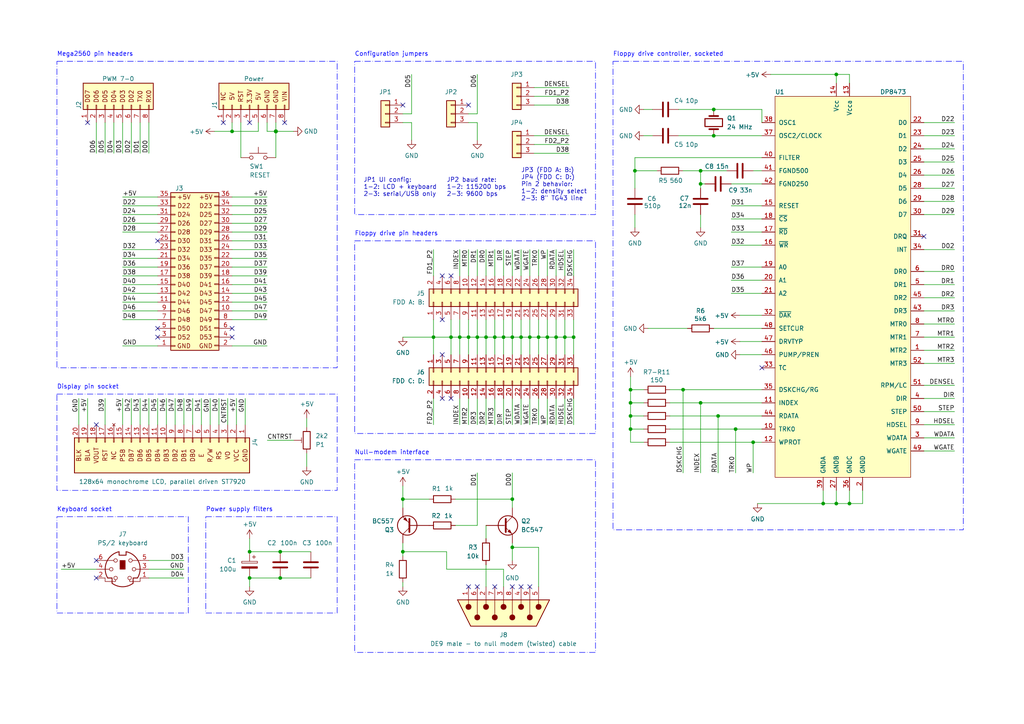
<source format=kicad_sch>
(kicad_sch (version 20230121) (generator eeschema)
  (paper "A4")
  (title_block (title "MegaFDC (DP8473), http://boginjr.com") (rev "v1.1"))
  (lib_symbols
    (symbol "Conn_01x08_1" (pin_names (offset 1.016) hide)
      (property "Reference" "J1" (at 0 10.16 0))
      (property "Value" "Power" (at 7.62 0 90))
      (symbol "Conn_01x08_1_1_1"
        (text "3.3V" (at 2.54 0 0) (effects (font (size 1.27 1.27))))
        (text "5V" (at 2.54 -2.54 0) (effects (font (size 1.27 1.27))))
        (text "5V" (at 2.54 5.08 0) (effects (font (size 1.27 1.27))))
        (text "GND" (at 2.54 -7.62 0) (effects (font (size 1.27 1.27))))
        (text "GND" (at 2.54 -5.08 0) (effects (font (size 1.27 1.27))))
        (text "NC" (at 2.54 7.62 0) (effects (font (size 1.27 1.27))))
        (text "RST" (at 2.54 2.54 0) (effects (font (size 1.27 1.27))))
        (text "VIN" (at 2.54 -10.16 0) (effects (font (size 1.27 1.27))))
        (pin passive line (at -5.08 7.62 0) (length 3.81) (name "Pin_1") (number "1"))
        (pin passive line (at -5.08 5.08 0) (length 3.81) (name "Pin_2") (number "2"))
        (pin passive line (at -5.08 2.54 0) (length 3.81) (name "Pin_3") (number "3"))
        (pin passive line (at -5.08 0 0) (length 3.81) (name "Pin_4") (number "4"))
        (pin passive line (at -5.08 -2.54 0) (length 3.81) (name "Pin_5") (number "5"))
        (pin passive line (at -5.08 -5.08 0) (length 3.81) (name "Pin_6") (number "6"))
        (pin passive line (at -5.08 -7.62 0) (length 3.81) (name "Pin_7") (number "7"))
        (pin passive line (at -5.08 -10.16 0) (length 3.81) (name "Pin_8") (number "8"))
      )
    )
    (symbol "Connector:DE9_Plug" (pin_names (offset 1.016) hide)
      (property "Reference" "J" (at 0 13.97 0))
      (property "Value" "DE9_Plug" (at 0 -14.605 0))
      (symbol "DE9_Plug_1_1"
        (pin passive line (at -7.62 -10.16 0) (length 3.81) (name "1") (number "1"))
        (pin passive line (at -7.62 -5.08 0) (length 3.81) (name "2") (number "2"))
        (pin passive line (at -7.62 0 0) (length 3.81) (name "3") (number "3"))
        (pin passive line (at -7.62 5.08 0) (length 3.81) (name "4") (number "4"))
        (pin passive line (at -7.62 10.16 0) (length 3.81) (name "5") (number "5"))
        (pin passive line (at -7.62 -7.62 0) (length 3.81) (name "6") (number "6"))
        (pin passive line (at -7.62 -2.54 0) (length 3.81) (name "7") (number "7"))
        (pin passive line (at -7.62 2.54 0) (length 3.81) (name "8") (number "8"))
        (pin passive line (at -7.62 7.62 0) (length 3.81) (name "9") (number "9"))
      )
    )
    (symbol "Connector:Mini-DIN-6" (pin_names (offset 1.016))
      (property "Reference" "J" (at 0 6.35 0))
      (property "Value" "Mini-DIN-6" (at 0 -6.35 0))
      (symbol "Mini-DIN-6_1_1"
        (pin passive line (at 7.62 -2.54 180) (length 2.54) (name "~") (number "1"))
        (pin passive line (at -7.62 -2.54 0) (length 2.54) (name "~") (number "2"))
        (pin passive line (at 7.62 0 180) (length 2.54) (name "~") (number "3"))
        (pin passive line (at -7.62 0 0) (length 2.54) (name "~") (number "4"))
        (pin passive line (at 7.62 2.54 180) (length 2.54) (name "~") (number "5"))
        (pin passive line (at -7.62 2.54 0) (length 2.54) (name "~") (number "6"))
      )
    )
    (symbol "Connector_Generic:Conn_01x03" (pin_names (offset 1.016) hide)
      (property "Reference" "J" (at 0 5.08 0))
      (property "Value" "Conn_01x03" (at 0 -5.08 0))
      (symbol "Conn_01x03_1_1"
        (pin passive line (at -5.08 2.54 0) (length 3.81) (name "Pin_1") (number "1"))
        (pin passive line (at -5.08 0 0) (length 3.81) (name "Pin_2") (number "2"))
        (pin passive line (at -5.08 -2.54 0) (length 3.81) (name "Pin_3") (number "3"))
      )
    )
    (symbol "Connector_Generic:Conn_01x08" (pin_names (offset 1.016) hide)
      (property "Reference" "J2" (at 0 10.16 0))
      (property "Value" "PWM 0-7" (at 7.62 -1.27 90))
      (symbol "Conn_01x08_1_1"
        (text "D02" (at 2.54 -5.08 0) (effects (font (size 1.27 1.27))))
        (text "D03" (at 2.54 -2.54 0) (effects (font (size 1.27 1.27))))
        (text "D04" (at 2.54 0 0) (effects (font (size 1.27 1.27))))
        (text "D05" (at 2.54 2.54 0) (effects (font (size 1.27 1.27))))
        (text "D06" (at 2.54 5.08 0) (effects (font (size 1.27 1.27))))
        (text "D07" (at 2.54 7.62 0) (effects (font (size 1.27 1.27))))
        (text "RX0" (at 2.54 -10.16 0) (effects (font (size 1.27 1.27))))
        (text "TX0" (at 2.54 -7.62 0) (effects (font (size 1.27 1.27))))
        (pin passive line (at -5.08 7.62 0) (length 3.81) (name "Pin_1") (number "1"))
        (pin passive line (at -5.08 5.08 0) (length 3.81) (name "Pin_2") (number "2"))
        (pin passive line (at -5.08 2.54 0) (length 3.81) (name "Pin_3") (number "3"))
        (pin passive line (at -5.08 0 0) (length 3.81) (name "Pin_4") (number "4"))
        (pin passive line (at -5.08 -2.54 0) (length 3.81) (name "Pin_5") (number "5"))
        (pin passive line (at -5.08 -5.08 0) (length 3.81) (name "Pin_6") (number "6"))
        (pin passive line (at -5.08 -7.62 0) (length 3.81) (name "Pin_7") (number "7"))
        (pin passive line (at -5.08 -10.16 0) (length 3.81) (name "Pin_8") (number "8"))
      )
    )
    (symbol "Connector_Generic:Conn_01x20" (pin_names (offset 1.016) hide)
      (property "Reference" "J?" (at 2.54 26.67 0))
      (property "Value" "128 x 64 graphic display" (at 10.16 -12.7 90))
      (symbol "Conn_01x20_1_1"
        (text "BLA" (at 3.81 -22.86 0) (effects (font (size 1.27 1.27))))
        (text "BLK" (at 3.81 -25.4 0) (effects (font (size 1.27 1.27))))
        (text "DB0" (at 3.81 7.62 0) (effects (font (size 1.27 1.27))))
        (text "DB1" (at 3.81 5.08 0) (effects (font (size 1.27 1.27))))
        (text "DB2" (at 3.81 2.54 0) (effects (font (size 1.27 1.27))))
        (text "DB3" (at 3.81 0 0) (effects (font (size 1.27 1.27))))
        (text "DB4" (at 3.81 -2.54 0) (effects (font (size 1.27 1.27))))
        (text "DB5" (at 3.81 -5.08 0) (effects (font (size 1.27 1.27))))
        (text "DB6" (at 3.81 -7.62 0) (effects (font (size 1.27 1.27))))
        (text "DB7" (at 3.81 -10.16 0) (effects (font (size 1.27 1.27))))
        (text "E" (at 3.81 10.16 0) (effects (font (size 1.27 1.27))))
        (text "GND\n" (at 3.81 22.86 0) (effects (font (size 1.27 1.27))))
        (text "NC" (at 3.81 -15.24 0) (effects (font (size 1.27 1.27))))
        (text "PSB" (at 3.81 -12.7 0) (effects (font (size 1.27 1.27))))
        (text "R/W" (at 3.81 12.7 0) (effects (font (size 1.27 1.27))))
        (text "RS" (at 3.81 15.24 0) (effects (font (size 1.27 1.27))))
        (text "RST" (at 3.81 -17.78 0) (effects (font (size 1.27 1.27))))
        (text "VCC" (at 3.81 20.32 0) (effects (font (size 1.27 1.27))))
        (text "VO" (at 3.81 17.78 0) (effects (font (size 1.27 1.27))))
        (text "VOUT" (at 3.81 -20.32 0) (effects (font (size 1.27 1.27))))
        (pin passive line (at -5.08 22.86 0) (length 3.81) (name "Pin_1") (number "1"))
        (pin passive line (at -5.08 0 0) (length 3.81) (name "Pin_10") (number "10"))
        (pin passive line (at -5.08 -2.54 0) (length 3.81) (name "Pin_11") (number "11"))
        (pin passive line (at -5.08 -5.08 0) (length 3.81) (name "Pin_12") (number "12"))
        (pin passive line (at -5.08 -7.62 0) (length 3.81) (name "Pin_13") (number "13"))
        (pin passive line (at -5.08 -10.16 0) (length 3.81) (name "Pin_14") (number "14"))
        (pin passive line (at -5.08 -12.7 0) (length 3.81) (name "Pin_15") (number "15"))
        (pin no_connect line (at -5.08 -15.24 0) (length 3.81) (name "Pin_16") (number "16"))
        (pin passive line (at -5.08 -17.78 0) (length 3.81) (name "Pin_17") (number "17"))
        (pin passive line (at -5.08 -20.32 0) (length 3.81) (name "Pin_18") (number "18"))
        (pin passive line (at -5.08 -22.86 0) (length 3.81) (name "Pin_19") (number "19"))
        (pin passive line (at -5.08 20.32 0) (length 3.81) (name "Pin_2") (number "2"))
        (pin passive line (at -5.08 -25.4 0) (length 3.81) (name "Pin_20") (number "20"))
        (pin passive line (at -5.08 17.78 0) (length 3.81) (name "Pin_3") (number "3"))
        (pin passive line (at -5.08 15.24 0) (length 3.81) (name "Pin_4") (number "4"))
        (pin passive line (at -5.08 12.7 0) (length 3.81) (name "Pin_5") (number "5"))
        (pin passive line (at -5.08 10.16 0) (length 3.81) (name "Pin_6") (number "6"))
        (pin passive line (at -5.08 7.62 0) (length 3.81) (name "Pin_7") (number "7"))
        (pin passive line (at -5.08 5.08 0) (length 3.81) (name "Pin_8") (number "8"))
        (pin passive line (at -5.08 2.54 0) (length 3.81) (name "Pin_9") (number "9"))
      )
    )
    (symbol "Connector_Generic:Conn_02x17_Odd_Even" (pin_names (offset 1.016) hide)
      (property "Reference" "J" (at 1.27 22.86 0))
      (property "Value" "Conn_02x17_Odd_Even" (at 1.27 -22.86 0))
      (symbol "Conn_02x17_Odd_Even_1_1"
        (pin passive line (at -5.08 20.32 0) (length 3.81) (name "Pin_1") (number "1"))
        (pin passive line (at 7.62 10.16 180) (length 3.81) (name "Pin_10") (number "10"))
        (pin passive line (at -5.08 7.62 0) (length 3.81) (name "Pin_11") (number "11"))
        (pin passive line (at 7.62 7.62 180) (length 3.81) (name "Pin_12") (number "12"))
        (pin passive line (at -5.08 5.08 0) (length 3.81) (name "Pin_13") (number "13"))
        (pin passive line (at 7.62 5.08 180) (length 3.81) (name "Pin_14") (number "14"))
        (pin passive line (at -5.08 2.54 0) (length 3.81) (name "Pin_15") (number "15"))
        (pin passive line (at 7.62 2.54 180) (length 3.81) (name "Pin_16") (number "16"))
        (pin passive line (at -5.08 0 0) (length 3.81) (name "Pin_17") (number "17"))
        (pin passive line (at 7.62 0 180) (length 3.81) (name "Pin_18") (number "18"))
        (pin passive line (at -5.08 -2.54 0) (length 3.81) (name "Pin_19") (number "19"))
        (pin passive line (at 7.62 20.32 180) (length 3.81) (name "Pin_2") (number "2"))
        (pin passive line (at 7.62 -2.54 180) (length 3.81) (name "Pin_20") (number "20"))
        (pin passive line (at -5.08 -5.08 0) (length 3.81) (name "Pin_21") (number "21"))
        (pin passive line (at 7.62 -5.08 180) (length 3.81) (name "Pin_22") (number "22"))
        (pin passive line (at -5.08 -7.62 0) (length 3.81) (name "Pin_23") (number "23"))
        (pin passive line (at 7.62 -7.62 180) (length 3.81) (name "Pin_24") (number "24"))
        (pin passive line (at -5.08 -10.16 0) (length 3.81) (name "Pin_25") (number "25"))
        (pin passive line (at 7.62 -10.16 180) (length 3.81) (name "Pin_26") (number "26"))
        (pin passive line (at -5.08 -12.7 0) (length 3.81) (name "Pin_27") (number "27"))
        (pin passive line (at 7.62 -12.7 180) (length 3.81) (name "Pin_28") (number "28"))
        (pin passive line (at -5.08 -15.24 0) (length 3.81) (name "Pin_29") (number "29"))
        (pin passive line (at -5.08 17.78 0) (length 3.81) (name "Pin_3") (number "3"))
        (pin passive line (at 7.62 -15.24 180) (length 3.81) (name "Pin_30") (number "30"))
        (pin passive line (at -5.08 -17.78 0) (length 3.81) (name "Pin_31") (number "31"))
        (pin passive line (at 7.62 -17.78 180) (length 3.81) (name "Pin_32") (number "32"))
        (pin passive line (at -5.08 -20.32 0) (length 3.81) (name "Pin_33") (number "33"))
        (pin passive line (at 7.62 -20.32 180) (length 3.81) (name "Pin_34") (number "34"))
        (pin passive line (at 7.62 17.78 180) (length 3.81) (name "Pin_4") (number "4"))
        (pin passive line (at -5.08 15.24 0) (length 3.81) (name "Pin_5") (number "5"))
        (pin passive line (at 7.62 15.24 180) (length 3.81) (name "Pin_6") (number "6"))
        (pin passive line (at -5.08 12.7 0) (length 3.81) (name "Pin_7") (number "7"))
        (pin passive line (at 7.62 12.7 180) (length 3.81) (name "Pin_8") (number "8"))
        (pin passive line (at -5.08 10.16 0) (length 3.81) (name "Pin_9") (number "9"))
      )
    )
    (symbol "Connector_Generic:Conn_02x18_Odd_Even" (pin_names (offset 1.016) hide)
      (property "Reference" "J3" (at 0 -25.4 0))
      (symbol "Conn_02x18_Odd_Even_1_1"
        (text "+5V" (at 2.54 -22.86 0) (effects (font (size 1.27 1.27))))
        (text "+5V" (at 8.89 -22.86 0) (effects (font (size 1.27 1.27))))
        (text "D22" (at 2.54 -20.32 0) (effects (font (size 1.27 1.27))))
        (text "D23" (at 8.89 -20.32 0) (effects (font (size 1.27 1.27))))
        (text "D24" (at 2.54 -17.78 0) (effects (font (size 1.27 1.27))))
        (text "D25" (at 8.89 -17.78 0) (effects (font (size 1.27 1.27))))
        (text "D26" (at 2.54 -15.24 0) (effects (font (size 1.27 1.27))))
        (text "D27" (at 8.89 -15.24 0) (effects (font (size 1.27 1.27))))
        (text "D28" (at 2.54 -12.7 0) (effects (font (size 1.27 1.27))))
        (text "D29" (at 8.89 -12.7 0) (effects (font (size 1.27 1.27))))
        (text "D30" (at 2.54 -10.16 0) (effects (font (size 1.27 1.27))))
        (text "D31" (at 8.89 -10.16 0) (effects (font (size 1.27 1.27))))
        (text "D32" (at 2.54 -7.62 0) (effects (font (size 1.27 1.27))))
        (text "D33" (at 8.89 -7.62 0) (effects (font (size 1.27 1.27))))
        (text "D34" (at 2.54 -5.08 0) (effects (font (size 1.27 1.27))))
        (text "D35" (at 8.89 -5.08 0) (effects (font (size 1.27 1.27))))
        (text "D36" (at 2.54 -2.54 0) (effects (font (size 1.27 1.27))))
        (text "D37" (at 8.89 -2.54 0) (effects (font (size 1.27 1.27))))
        (text "D38" (at 2.54 0 0) (effects (font (size 1.27 1.27))))
        (text "D39" (at 8.89 0 0) (effects (font (size 1.27 1.27))))
        (text "D40" (at 2.54 2.54 0) (effects (font (size 1.27 1.27))))
        (text "D41" (at 8.89 2.54 0) (effects (font (size 1.27 1.27))))
        (text "D42" (at 2.54 5.08 0) (effects (font (size 1.27 1.27))))
        (text "D43" (at 8.89 5.08 0) (effects (font (size 1.27 1.27))))
        (text "D44" (at 2.54 7.62 0) (effects (font (size 1.27 1.27))))
        (text "D45" (at 8.89 7.62 0) (effects (font (size 1.27 1.27))))
        (text "D46" (at 2.54 10.16 0) (effects (font (size 1.27 1.27))))
        (text "D47" (at 8.89 10.16 0) (effects (font (size 1.27 1.27))))
        (text "D48" (at 2.54 12.7 0) (effects (font (size 1.27 1.27))))
        (text "D49" (at 8.89 12.7 0) (effects (font (size 1.27 1.27))))
        (text "D50" (at 2.54 15.24 0) (effects (font (size 1.27 1.27))))
        (text "D51" (at 8.89 15.24 0) (effects (font (size 1.27 1.27))))
        (text "D52" (at 2.54 17.78 0) (effects (font (size 1.27 1.27))))
        (text "D53" (at 8.89 17.78 0) (effects (font (size 1.27 1.27))))
        (text "GND" (at 2.54 20.32 0) (effects (font (size 1.27 1.27))))
        (text "GND" (at 8.89 20.32 0) (effects (font (size 1.27 1.27))))
        (pin passive line (at -5.08 20.32 0) (length 3.81) (name "Pin_1") (number "1"))
        (pin passive line (at 16.51 10.16 180) (length 3.81) (name "Pin_10") (number "10"))
        (pin passive line (at -5.08 7.62 0) (length 3.81) (name "Pin_11") (number "11"))
        (pin passive line (at 16.51 7.62 180) (length 3.81) (name "Pin_12") (number "12"))
        (pin passive line (at -5.08 5.08 0) (length 3.81) (name "Pin_13") (number "13"))
        (pin passive line (at 16.51 5.08 180) (length 3.81) (name "Pin_14") (number "14"))
        (pin passive line (at -5.08 2.54 0) (length 3.81) (name "Pin_15") (number "15"))
        (pin passive line (at 16.51 2.54 180) (length 3.81) (name "Pin_16") (number "16"))
        (pin passive line (at -5.08 0 0) (length 3.81) (name "Pin_17") (number "17"))
        (pin passive line (at 16.51 0 180) (length 3.81) (name "Pin_18") (number "18"))
        (pin passive line (at -5.08 -2.54 0) (length 3.81) (name "Pin_19") (number "19"))
        (pin passive line (at 16.51 20.32 180) (length 3.81) (name "Pin_2") (number "2"))
        (pin passive line (at 16.51 -2.54 180) (length 3.81) (name "Pin_20") (number "20"))
        (pin passive line (at -5.08 -5.08 0) (length 3.81) (name "Pin_21") (number "21"))
        (pin passive line (at 16.51 -5.08 180) (length 3.81) (name "Pin_22") (number "22"))
        (pin passive line (at -5.08 -7.62 0) (length 3.81) (name "Pin_23") (number "23"))
        (pin passive line (at 16.51 -7.62 180) (length 3.81) (name "Pin_24") (number "24"))
        (pin passive line (at -5.08 -10.16 0) (length 3.81) (name "Pin_25") (number "25"))
        (pin passive line (at 16.51 -10.16 180) (length 3.81) (name "Pin_26") (number "26"))
        (pin passive line (at -5.08 -12.7 0) (length 3.81) (name "Pin_27") (number "27"))
        (pin passive line (at 16.51 -12.7 180) (length 3.81) (name "Pin_28") (number "28"))
        (pin passive line (at -5.08 -15.24 0) (length 3.81) (name "Pin_29") (number "29"))
        (pin passive line (at -5.08 17.78 0) (length 3.81) (name "Pin_3") (number "3"))
        (pin passive line (at 16.51 -15.24 180) (length 3.81) (name "Pin_30") (number "30"))
        (pin passive line (at -5.08 -17.78 0) (length 3.81) (name "Pin_31") (number "31"))
        (pin passive line (at 16.51 -17.78 180) (length 3.81) (name "Pin_32") (number "32"))
        (pin passive line (at -5.08 -20.32 0) (length 3.81) (name "Pin_33") (number "33"))
        (pin passive line (at 16.51 -20.32 180) (length 3.81) (name "Pin_34") (number "34"))
        (pin passive line (at -5.08 -22.86 0) (length 3.81) (name "Pin_35") (number "35"))
        (pin passive line (at 16.51 -22.86 180) (length 3.81) (name "Pin_36") (number "36"))
        (pin passive line (at 16.51 17.78 180) (length 3.81) (name "Pin_4") (number "4"))
        (pin passive line (at -5.08 15.24 0) (length 3.81) (name "Pin_5") (number "5"))
        (pin passive line (at 16.51 15.24 180) (length 3.81) (name "Pin_6") (number "6"))
        (pin passive line (at -5.08 12.7 0) (length 3.81) (name "Pin_7") (number "7"))
        (pin passive line (at 16.51 12.7 180) (length 3.81) (name "Pin_8") (number "8"))
        (pin passive line (at -5.08 10.16 0) (length 3.81) (name "Pin_9") (number "9"))
      )
    )
    (symbol "Device:C" (pin_numbers hide) (pin_names (offset 0.254))
      (property "Reference" "C" (at 0.635 2.54 0))
      (property "Value" "C" (at 0.635 -2.54 0))
      (symbol "C_1_1"
        (pin passive line (at 0 3.81 270) (length 2.794) (name "~") (number "1"))
        (pin passive line (at 0 -3.81 90) (length 2.794) (name "~") (number "2"))
      )
    )
    (symbol "Device:C_Polarized" (pin_numbers hide) (pin_names (offset 0.254))
      (property "Reference" "C" (at 0.635 2.54 0))
      (property "Value" "C_Polarized" (at 0.635 -2.54 0))
      (symbol "C_Polarized_1_1"
        (pin passive line (at 0 3.81 270) (length 2.794) (name "~") (number "1"))
        (pin passive line (at 0 -3.81 90) (length 2.794) (name "~") (number "2"))
      )
    )
    (symbol "Device:Crystal" (pin_numbers hide) (pin_names (offset 1.016) hide)
      (property "Reference" "Y" (at 0 3.81 0))
      (property "Value" "Crystal" (at 0 -3.81 0))
      (symbol "Crystal_1_1"
        (pin passive line (at -3.81 0 0) (length 1.27) (name "1") (number "1"))
        (pin passive line (at 3.81 0 180) (length 1.27) (name "2") (number "2"))
      )
    )
    (symbol "Device:R" (pin_numbers hide) (pin_names (offset 0))
      (property "Reference" "R" (at 2.032 0 90))
      (property "Value" "R" (at 0 0 90))
      (symbol "R_1_1"
        (pin passive line (at 0 3.81 270) (length 1.27) (name "~") (number "1"))
        (pin passive line (at 0 -3.81 90) (length 1.27) (name "~") (number "2"))
      )
    )
    (symbol "Device:R_Potentiometer_Trim" (pin_numbers hide) (pin_names (offset 1.016) hide)
      (property "Reference" "RV" (at -4.445 0 90))
      (property "Value" "R_Potentiometer_Trim" (at -2.54 0 90))
      (symbol "R_Potentiometer_Trim_1_1"
        (pin passive line (at 0 3.81 270) (length 1.27) (name "1") (number "1"))
        (pin passive line (at 3.81 0 180) (length 1.27) (name "2") (number "2"))
        (pin passive line (at 0 -3.81 90) (length 1.27) (name "3") (number "3"))
      )
    )
    (symbol "Interface_Floppy:DP8473" (pin_names (offset 1.016))
      (property "Reference" "U1" (at -19.05 55.88 0))
      (property "Value" "DP8473" (at 11.43 55.88 0))
      (symbol "DP8473_0_0"
        (text "" (at -34.29 73.66 0) (effects (font (size 1.27 1.27))))
        (text "" (at 7.62 -115.57 0) (effects (font (size 1.27 1.27))))
      )
      (symbol "DP8473_1_1"
        (pin output line (at 24.13 -19.05 180) (length 3.81) (name "MTR2") (number "1"))
        (pin input line (at -22.86 -41.91 0) (length 3.81) (name "TRK0") (number "10"))
        (pin input line (at -22.86 -34.29 0) (length 3.81) (name "INDEX") (number "11"))
        (pin input line (at -22.86 -45.72 0) (length 3.81) (name "WPROT") (number "12"))
        (pin power_in line (at 2.54 58.42 270) (length 3.81) (name "Vcca") (number "13"))
        (pin power_in line (at -1.27 58.42 270) (length 3.81) (name "Vcc") (number "14"))
        (pin input line (at -22.86 22.86 0) (length 3.81) (name "RESET") (number "15"))
        (pin input line (at -22.86 11.43 0) (length 3.81) (name "~{WR}") (number "16"))
        (pin input line (at -22.86 15.24 0) (length 3.81) (name "~{RD}") (number "17"))
        (pin input line (at -22.86 19.05 0) (length 3.81) (name "~{CS}") (number "18"))
        (pin input line (at -22.86 5.08 0) (length 3.81) (name "A0") (number "19"))
        (pin power_in line (at 6.35 -59.69 90) (length 3.81) (name "GNDD") (number "2"))
        (pin input line (at -22.86 1.27 0) (length 3.81) (name "A1") (number "20"))
        (pin input line (at -22.86 -2.54 0) (length 3.81) (name "A2") (number "21"))
        (pin bidirectional line (at 24.13 46.99 180) (length 3.81) (name "D0") (number "22"))
        (pin bidirectional line (at 24.13 43.18 180) (length 3.81) (name "D1") (number "23"))
        (pin bidirectional line (at 24.13 39.37 180) (length 3.81) (name "D2") (number "24"))
        (pin bidirectional line (at 24.13 35.56 180) (length 3.81) (name "D3") (number "25"))
        (pin bidirectional line (at 24.13 31.75 180) (length 3.81) (name "D4") (number "26"))
        (pin power_in line (at -1.27 -59.69 90) (length 3.81) (name "GNDB") (number "27"))
        (pin bidirectional line (at 24.13 27.94 180) (length 3.81) (name "D5") (number "28"))
        (pin bidirectional line (at 24.13 24.13 180) (length 3.81) (name "D6") (number "29"))
        (pin output line (at 24.13 -44.45 180) (length 3.81) (name "WDATA") (number "3"))
        (pin bidirectional line (at 24.13 20.32 180) (length 3.81) (name "D7") (number "30"))
        (pin output line (at 24.13 13.97 180) (length 3.81) (name "DRQ") (number "31"))
        (pin input line (at -22.86 -8.89 0) (length 3.81) (name "~{DAK}") (number "32"))
        (pin input line (at -22.86 -24.13 0) (length 3.81) (name "TC") (number "33"))
        (pin output line (at 24.13 10.16 180) (length 3.81) (name "INT") (number "34"))
        (pin input line (at -22.86 -30.48 0) (length 3.81) (name "DSKCHG/RG") (number "35"))
        (pin power_in line (at 2.54 -59.69 90) (length 3.81) (name "GNDC") (number "36"))
        (pin input line (at -22.86 43.18 0) (length 3.81) (name "OSC2/CLOCK") (number "37"))
        (pin input line (at -22.86 46.99 0) (length 3.81) (name "OSC1") (number "38"))
        (pin power_in line (at -5.08 -59.69 90) (length 3.81) (name "GNDA") (number "39"))
        (pin output line (at 24.13 -33.02 180) (length 3.81) (name "DIR") (number "4"))
        (pin input line (at -22.86 36.83 0) (length 3.81) (name "FILTER") (number "40"))
        (pin input line (at -22.86 33.02 0) (length 3.81) (name "FGND500") (number "41"))
        (pin input line (at -22.86 29.21 0) (length 3.81) (name "FGND250") (number "42"))
        (pin output line (at 24.13 -7.62 180) (length 3.81) (name "DR3") (number "43"))
        (pin input line (at -22.86 -38.1 0) (length 3.81) (name "RDATA") (number "44"))
        (pin output line (at 24.13 -3.81 180) (length 3.81) (name "DR2") (number "45"))
        (pin input line (at -22.86 -20.32 0) (length 3.81) (name "PUMP/PREN") (number "46"))
        (pin input line (at -22.86 -16.51 0) (length 3.81) (name "DRVTYP") (number "47"))
        (pin input line (at -22.86 -12.7 0) (length 3.81) (name "SETCUR") (number "48"))
        (pin output line (at 24.13 -48.26 180) (length 3.81) (name "WGATE") (number "49"))
        (pin output line (at 24.13 0 180) (length 3.81) (name "DR1") (number "5"))
        (pin output line (at 24.13 -36.83 180) (length 3.81) (name "STEP") (number "50"))
        (pin output line (at 24.13 -29.21 180) (length 3.81) (name "RPM/LC") (number "51"))
        (pin output line (at 24.13 -22.86 180) (length 3.81) (name "MTR3") (number "52"))
        (pin output line (at 24.13 3.81 180) (length 3.81) (name "DR0") (number "6"))
        (pin output line (at 24.13 -15.24 180) (length 3.81) (name "MTR1") (number "7"))
        (pin output line (at 24.13 -11.43 180) (length 3.81) (name "MTR0") (number "8"))
        (pin output line (at 24.13 -40.64 180) (length 3.81) (name "HDSEL") (number "9"))
      )
    )
    (symbol "Switch:SW_Push" (pin_numbers hide) (pin_names (offset 1.016) hide)
      (property "Reference" "SW" (at 1.27 2.54 0))
      (property "Value" "SW_Push" (at 0 -1.524 0))
      (symbol "SW_Push_0_1"
        (pin passive line (at -5.08 0 0) (length 2.54) (name "1") (number "1"))
        (pin passive line (at 5.08 0 180) (length 2.54) (name "2") (number "2"))
      )
    )
    (symbol "Transistor_BJT:BC547" (pin_numbers hide) (pin_names (offset 0) hide)
      (property "Reference" "Q" (at 5.08 1.905 0))
      (property "Value" "BC547" (at 5.08 0 0))
      (symbol "BC547_1_1"
        (pin passive line (at 2.54 5.08 270) (length 2.54) (name "C") (number "1"))
        (pin input line (at -5.08 0 0) (length 5.08) (name "B") (number "2"))
        (pin passive line (at 2.54 -5.08 90) (length 2.54) (name "E") (number "3"))
      )
    )
    (symbol "Transistor_BJT:BC557" (pin_numbers hide) (pin_names (offset 0) hide)
      (property "Reference" "Q" (at 5.08 1.905 0))
      (property "Value" "BC557" (at 5.08 0 0))
      (symbol "BC557_1_1"
        (pin passive line (at 2.54 5.08 270) (length 2.54) (name "C") (number "1"))
        (pin input line (at -5.08 0 0) (length 5.715) (name "B") (number "2"))
        (pin passive line (at 2.54 -5.08 90) (length 2.54) (name "E") (number "3"))
      )
    )
    (symbol "power:+5V" (power) (pin_names (offset 0))
      (property "Value" "+5V" (at 0 3.556 0))
      (symbol "+5V_1_1"
        (pin power_in line (at 0 0 90) (length 0) hide (name "+5V") (number "1"))
      )
    )
    (symbol "power:GND" (power) (pin_names (offset 0))
      (property "Value" "GND" (at 0 -3.81 0))
      (symbol "GND_1_1"
        (pin power_in line (at 0 0 270) (length 0) hide (name "GND") (number "1"))
      )
    )
  )
  (junction (at 238.76 146.05))
  (junction (at 182.88 124.46))
  (junction (at 184.15 49.53))
  (junction (at 130.81 97.79))
  (junction (at 156.21 97.79))
  (junction (at 135.89 97.79))
  (junction (at 81.28 167.64))
  (junction (at 182.88 116.84))
  (junction (at 203.2 116.84))
  (junction (at 158.75 97.79))
  (junction (at 182.88 113.03))
  (junction (at 148.59 97.79))
  (junction (at 133.35 97.79))
  (junction (at 161.29 97.79))
  (junction (at 242.57 21.59))
  (junction (at 80.01 38.1) (diameter 1.016))
  (junction (at 146.05 97.79))
  (junction (at 203.2 53.34))
  (junction (at 153.67 97.79))
  (junction (at 208.28 120.65))
  (junction (at 143.51 97.79))
  (junction (at 72.39 160.02))
  (junction (at 163.83 97.79))
  (junction (at 207.01 31.75))
  (junction (at 182.88 120.65))
  (junction (at 116.84 144.78))
  (junction (at 198.12 113.03))
  (junction (at 148.59 158.75))
  (junction (at 138.43 97.79))
  (junction (at 72.39 167.64))
  (junction (at 151.13 97.79))
  (junction (at 81.28 160.02))
  (junction (at 246.38 146.05))
  (junction (at 203.2 49.53))
  (junction (at 207.01 39.37))
  (junction (at 242.57 146.05))
  (junction (at 67.31 38.1))
  (junction (at 125.73 97.79))
  (junction (at 213.36 124.46))
  (junction (at 218.44 128.27))
  (junction (at 116.84 160.02))
  (junction (at 166.37 97.79))
  (junction (at 148.59 144.78))
  (junction (at 140.97 97.79))
  (no_connect (at 45.72 97.79))
  (no_connect (at 67.31 95.25))
  (no_connect (at 67.31 97.79))
  (no_connect (at 151.13 170.18))
  (no_connect (at 130.81 80.01))
  (no_connect (at 143.51 170.18))
  (no_connect (at 128.27 115.57))
  (no_connect (at 148.59 170.18))
  (no_connect (at 27.94 167.64))
  (no_connect (at 82.55 35.56))
  (no_connect (at 45.72 69.85))
  (no_connect (at 128.27 102.87))
  (no_connect (at 116.84 30.48))
  (no_connect (at 45.72 95.25))
  (no_connect (at 135.89 170.18))
  (no_connect (at 27.94 123.19))
  (no_connect (at 135.89 30.48))
  (no_connect (at 27.94 162.56))
  (no_connect (at 72.39 35.56))
  (no_connect (at 130.81 115.57))
  (no_connect (at 267.97 68.58))
  (no_connect (at 25.4 35.56))
  (no_connect (at 64.77 35.56))
  (no_connect (at 128.27 92.71))
  (no_connect (at 138.43 170.18))
  (no_connect (at 128.27 80.01))
  (no_connect (at 153.67 170.18))
  (no_connect (at 220.98 106.68))
  (wire (pts (xy 166.37 92.71) (xy 166.37 97.79)))
  (wire (pts (xy 214.63 99.06) (xy 220.98 99.06)))
  (wire (pts (xy 154.94 39.37) (xy 165.1 39.37)))
  (wire (pts (xy 203.2 49.53) (xy 210.82 49.53)))
  (wire (pts (xy 198.12 113.03) (xy 220.98 113.03)))
  (wire (pts (xy 267.97 119.38) (xy 276.86 119.38)))
  (wire (pts (xy 35.56 82.55) (xy 45.72 82.55)))
  (wire (pts (xy 72.39 156.21) (xy 72.39 160.02)))
  (wire (pts (xy 71.12 115.57) (xy 71.12 123.19)))
  (wire (pts (xy 143.51 97.79) (xy 146.05 97.79)))
  (wire (pts (xy 214.63 102.87) (xy 220.98 102.87)))
  (wire (pts (xy 267.97 43.18) (xy 276.86 43.18)))
  (wire (pts (xy 158.75 72.39) (xy 158.75 80.01)))
  (wire (pts (xy 135.89 72.39) (xy 135.89 80.01)))
  (wire (pts (xy 267.97 50.8) (xy 276.86 50.8)))
  (wire (pts (xy 129.54 165.1) (xy 129.54 160.02)))
  (wire (pts (xy 186.69 128.27) (xy 182.88 128.27)))
  (wire (pts (xy 148.59 72.39) (xy 148.59 80.01)))
  (wire (pts (xy 63.5 115.57) (xy 63.5 123.19)))
  (wire (pts (xy 158.75 123.19) (xy 158.75 115.57)))
  (wire (pts (xy 67.31 38.1) (xy 74.93 38.1)))
  (wire (pts (xy 67.31 82.55) (xy 77.47 82.55)))
  (wire (pts (xy 267.97 105.41) (xy 276.86 105.41)))
  (wire (pts (xy 77.47 38.1) (xy 80.01 38.1)))
  (wire (pts (xy 153.67 97.79) (xy 153.67 102.87)))
  (wire (pts (xy 194.31 113.03) (xy 198.12 113.03)))
  (wire (pts (xy 125.73 97.79) (xy 116.84 97.79)))
  (wire (pts (xy 218.44 128.27) (xy 218.44 137.16)))
  (wire (pts (xy 242.57 142.24) (xy 242.57 146.05)))
  (wire (pts (xy 267.97 72.39) (xy 276.86 72.39)))
  (wire (pts (xy 35.56 72.39) (xy 45.72 72.39)))
  (wire (pts (xy 68.58 115.57) (xy 68.58 123.19)))
  (wire (pts (xy 35.56 59.69) (xy 45.72 59.69)))
  (wire (pts (xy 140.97 72.39) (xy 140.97 80.01)))
  (wire (pts (xy 267.97 115.57) (xy 276.86 115.57)))
  (wire (pts (xy 140.97 97.79) (xy 140.97 102.87)))
  (wire (pts (xy 186.69 113.03) (xy 182.88 113.03)))
  (wire (pts (xy 204.47 53.34) (xy 203.2 53.34)))
  (wire (pts (xy 133.35 92.71) (xy 133.35 97.79)))
  (wire (pts (xy 143.51 72.39) (xy 143.51 80.01)))
  (wire (pts (xy 135.89 97.79) (xy 135.89 102.87)))
  (wire (pts (xy 148.59 158.75) (xy 148.59 162.56)))
  (wire (pts (xy 186.69 31.75) (xy 189.23 31.75)))
  (wire (pts (xy 130.81 92.71) (xy 130.81 97.79)))
  (wire (pts (xy 80.01 38.1) (xy 85.09 38.1)))
  (wire (pts (xy 212.09 53.34) (xy 220.98 53.34)))
  (wire (pts (xy 267.97 123.19) (xy 276.86 123.19)))
  (wire (pts (xy 35.56 85.09) (xy 45.72 85.09)))
  (wire (pts (xy 182.88 113.03) (xy 182.88 116.84)))
  (wire (pts (xy 74.93 38.1) (xy 74.93 35.56)))
  (wire (pts (xy 143.51 97.79) (xy 140.97 97.79)))
  (wire (pts (xy 203.2 49.53) (xy 203.2 53.34)))
  (wire (pts (xy 67.31 72.39) (xy 77.47 72.39)))
  (wire (pts (xy 250.19 142.24) (xy 250.19 146.05)))
  (wire (pts (xy 133.35 72.39) (xy 133.35 80.01)))
  (wire (pts (xy 146.05 92.71) (xy 146.05 97.79)))
  (wire (pts (xy 125.73 97.79) (xy 125.73 102.87)))
  (wire (pts (xy 184.15 45.72) (xy 220.98 45.72)))
  (wire (pts (xy 135.89 92.71) (xy 135.89 97.79)))
  (wire (pts (xy 81.28 160.02) (xy 90.17 160.02)))
  (wire (pts (xy 194.31 120.65) (xy 208.28 120.65)))
  (wire (pts (xy 67.31 59.69) (xy 77.47 59.69)))
  (wire (pts (xy 196.85 39.37) (xy 207.01 39.37)))
  (wire (pts (xy 67.31 74.93) (xy 77.47 74.93)))
  (wire (pts (xy 146.05 165.1) (xy 129.54 165.1)))
  (wire (pts (xy 242.57 21.59) (xy 246.38 21.59)))
  (wire (pts (xy 132.08 152.4) (xy 138.43 152.4)))
  (wire (pts (xy 161.29 123.19) (xy 161.29 115.57)))
  (wire (pts (xy 166.37 97.79) (xy 166.37 102.87)))
  (wire (pts (xy 267.97 111.76) (xy 276.86 111.76)))
  (wire (pts (xy 156.21 170.18) (xy 156.21 158.75)))
  (wire (pts (xy 218.44 49.53) (xy 220.98 49.53)))
  (wire (pts (xy 184.15 66.04) (xy 184.15 62.23)))
  (wire (pts (xy 246.38 142.24) (xy 246.38 146.05)))
  (wire (pts (xy 220.98 67.31) (xy 212.09 67.31)))
  (wire (pts (xy 35.56 100.33) (xy 45.72 100.33)))
  (wire (pts (xy 158.75 92.71) (xy 158.75 97.79)))
  (wire (pts (xy 182.88 124.46) (xy 182.88 128.27)))
  (wire (pts (xy 151.13 92.71) (xy 151.13 97.79)))
  (wire (pts (xy 220.98 71.12) (xy 212.09 71.12)))
  (wire (pts (xy 35.56 74.93) (xy 45.72 74.93)))
  (wire (pts (xy 267.97 62.23) (xy 276.86 62.23)))
  (wire (pts (xy 156.21 92.71) (xy 156.21 97.79)))
  (wire (pts (xy 148.59 123.19) (xy 148.59 115.57)))
  (wire (pts (xy 267.97 58.42) (xy 276.86 58.42)))
  (wire (pts (xy 146.05 123.19) (xy 146.05 115.57)))
  (wire (pts (xy 35.56 90.17) (xy 45.72 90.17)))
  (wire (pts (xy 138.43 92.71) (xy 138.43 97.79)))
  (wire (pts (xy 30.48 115.57) (xy 30.48 123.19)))
  (wire (pts (xy 158.75 97.79) (xy 158.75 102.87)))
  (wire (pts (xy 135.89 35.56) (xy 138.43 35.56)))
  (wire (pts (xy 140.97 152.4) (xy 140.97 156.21)))
  (wire (pts (xy 161.29 72.39) (xy 161.29 80.01)))
  (wire (pts (xy 153.67 97.79) (xy 151.13 97.79)))
  (wire (pts (xy 27.94 35.56) (xy 27.94 44.45)))
  (wire (pts (xy 116.84 160.02) (xy 129.54 160.02)))
  (wire (pts (xy 138.43 137.16) (xy 138.43 152.4)))
  (wire (pts (xy 138.43 97.79) (xy 138.43 102.87)))
  (wire (pts (xy 35.56 67.31) (xy 45.72 67.31)))
  (wire (pts (xy 166.37 72.39) (xy 166.37 80.01)))
  (wire (pts (xy 208.28 120.65) (xy 208.28 137.16)))
  (wire (pts (xy 166.37 97.79) (xy 163.83 97.79)))
  (wire (pts (xy 38.1 115.57) (xy 38.1 123.19)))
  (wire (pts (xy 35.56 62.23) (xy 45.72 62.23)))
  (wire (pts (xy 208.28 120.65) (xy 220.98 120.65)))
  (wire (pts (xy 119.38 35.56) (xy 119.38 40.64)))
  (wire (pts (xy 33.02 35.56) (xy 33.02 44.45)))
  (wire (pts (xy 163.83 97.79) (xy 163.83 102.87)))
  (wire (pts (xy 50.8 115.57) (xy 50.8 123.19)))
  (wire (pts (xy 67.31 77.47) (xy 77.47 77.47)))
  (wire (pts (xy 22.86 115.57) (xy 22.86 123.19)))
  (wire (pts (xy 267.97 101.6) (xy 276.86 101.6)))
  (wire (pts (xy 182.88 116.84) (xy 182.88 120.65)))
  (wire (pts (xy 146.05 97.79) (xy 146.05 102.87)))
  (wire (pts (xy 184.15 49.53) (xy 184.15 45.72)))
  (wire (pts (xy 267.97 97.79) (xy 276.86 97.79)))
  (wire (pts (xy 151.13 97.79) (xy 148.59 97.79)))
  (wire (pts (xy 35.56 87.63) (xy 45.72 87.63)))
  (wire (pts (xy 154.94 44.45) (xy 165.1 44.45)))
  (wire (pts (xy 267.97 90.17) (xy 276.86 90.17)))
  (wire (pts (xy 138.43 123.19) (xy 138.43 115.57)))
  (wire (pts (xy 125.73 123.19) (xy 125.73 115.57)))
  (wire (pts (xy 242.57 21.59) (xy 242.57 24.13)))
  (wire (pts (xy 207.01 95.25) (xy 220.98 95.25)))
  (wire (pts (xy 62.23 38.1) (xy 67.31 38.1)))
  (wire (pts (xy 203.2 54.61) (xy 203.2 53.34)))
  (wire (pts (xy 156.21 72.39) (xy 156.21 80.01)))
  (wire (pts (xy 116.84 144.78) (xy 116.84 147.32)))
  (wire (pts (xy 267.97 54.61) (xy 276.86 54.61)))
  (wire (pts (xy 194.31 116.84) (xy 203.2 116.84)))
  (wire (pts (xy 130.81 97.79) (xy 130.81 102.87)))
  (wire (pts (xy 116.84 140.97) (xy 116.84 144.78)))
  (wire (pts (xy 67.31 57.15) (xy 77.47 57.15)))
  (wire (pts (xy 186.69 39.37) (xy 189.23 39.37)))
  (wire (pts (xy 138.43 21.59) (xy 138.43 33.02)))
  (wire (pts (xy 194.31 128.27) (xy 218.44 128.27)))
  (wire (pts (xy 267.97 127) (xy 276.86 127)))
  (wire (pts (xy 43.18 167.64) (xy 53.34 167.64)))
  (wire (pts (xy 40.64 35.56) (xy 40.64 44.45)))
  (wire (pts (xy 196.85 31.75) (xy 207.01 31.75)))
  (wire (pts (xy 125.73 97.79) (xy 130.81 97.79)))
  (wire (pts (xy 151.13 72.39) (xy 151.13 80.01)))
  (wire (pts (xy 267.97 46.99) (xy 276.86 46.99)))
  (wire (pts (xy 242.57 146.05) (xy 246.38 146.05)))
  (wire (pts (xy 146.05 170.18) (xy 146.05 165.1)))
  (wire (pts (xy 223.52 21.59) (xy 242.57 21.59)))
  (wire (pts (xy 116.84 161.29) (xy 116.84 160.02)))
  (wire (pts (xy 43.18 35.56) (xy 43.18 44.45)))
  (wire (pts (xy 88.9647 131.5067) (xy 88.9647 135.3167)))
  (wire (pts (xy 72.39 160.02) (xy 81.28 160.02)))
  (wire (pts (xy 67.31 85.09) (xy 77.47 85.09)))
  (wire (pts (xy 143.51 92.71) (xy 143.51 97.79)))
  (wire (pts (xy 186.69 124.46) (xy 182.88 124.46)))
  (wire (pts (xy 154.94 27.94) (xy 165.1 27.94)))
  (wire (pts (xy 140.97 163.83) (xy 140.97 170.18)))
  (wire (pts (xy 143.51 123.19) (xy 143.51 115.57)))
  (wire (pts (xy 53.34 115.57) (xy 53.34 123.19)))
  (wire (pts (xy 67.31 62.23) (xy 77.47 62.23)))
  (wire (pts (xy 154.94 41.91) (xy 165.1 41.91)))
  (wire (pts (xy 198.12 113.03) (xy 198.12 137.16)))
  (wire (pts (xy 72.39 167.64) (xy 72.39 170.18)))
  (wire (pts (xy 153.67 123.19) (xy 153.67 115.57)))
  (wire (pts (xy 133.35 97.79) (xy 130.81 97.79)))
  (wire (pts (xy 151.13 97.79) (xy 151.13 102.87)))
  (wire (pts (xy 119.38 21.59) (xy 119.38 33.02)))
  (wire (pts (xy 69.85 45.72) (xy 69.85 35.56)))
  (wire (pts (xy 154.94 30.48) (xy 165.1 30.48)))
  (wire (pts (xy 116.84 160.02) (xy 116.84 157.48)))
  (wire (pts (xy 153.67 92.71) (xy 153.67 97.79)))
  (wire (pts (xy 80.01 35.56) (xy 80.01 38.1)))
  (wire (pts (xy 186.69 120.65) (xy 182.88 120.65)))
  (wire (pts (xy 132.08 144.78) (xy 148.59 144.78)))
  (wire (pts (xy 156.21 97.79) (xy 153.67 97.79)))
  (wire (pts (xy 203.2 116.84) (xy 220.98 116.84)))
  (wire (pts (xy 267.97 78.74) (xy 276.86 78.74)))
  (wire (pts (xy 161.29 97.79) (xy 161.29 102.87)))
  (wire (pts (xy 161.29 92.71) (xy 161.29 97.79)))
  (wire (pts (xy 220.98 85.09) (xy 212.09 85.09)))
  (wire (pts (xy 80.01 38.1) (xy 80.01 45.72)))
  (wire (pts (xy 153.67 72.39) (xy 153.67 80.01)))
  (wire (pts (xy 267.97 82.55) (xy 276.86 82.55)))
  (wire (pts (xy 116.84 33.02) (xy 119.38 33.02)))
  (wire (pts (xy 43.18 115.57) (xy 43.18 123.19)))
  (wire (pts (xy 67.31 100.33) (xy 77.47 100.33)))
  (wire (pts (xy 55.88 115.57) (xy 55.88 123.19)))
  (wire (pts (xy 116.84 35.56) (xy 119.38 35.56)))
  (wire (pts (xy 66.04 115.57) (xy 66.04 123.19)))
  (wire (pts (xy 40.64 115.57) (xy 40.64 123.19)))
  (wire (pts (xy 148.59 97.79) (xy 146.05 97.79)))
  (wire (pts (xy 246.38 21.59) (xy 246.38 24.13)))
  (wire (pts (xy 220.98 63.5) (xy 212.09 63.5)))
  (wire (pts (xy 220.98 77.47) (xy 212.09 77.47)))
  (wire (pts (xy 238.76 146.05) (xy 242.57 146.05)))
  (wire (pts (xy 148.59 158.75) (xy 156.21 158.75)))
  (wire (pts (xy 182.88 120.65) (xy 182.88 124.46)))
  (wire (pts (xy 161.29 97.79) (xy 158.75 97.79)))
  (wire (pts (xy 45.72 115.57) (xy 45.72 123.19)))
  (wire (pts (xy 246.38 146.05) (xy 250.19 146.05)))
  (wire (pts (xy 219.71 146.05) (xy 238.76 146.05)))
  (wire (pts (xy 148.59 97.79) (xy 148.59 102.87)))
  (wire (pts (xy 138.43 35.56) (xy 138.43 40.64)))
  (wire (pts (xy 163.83 97.79) (xy 161.29 97.79)))
  (wire (pts (xy 140.97 123.19) (xy 140.97 115.57)))
  (wire (pts (xy 67.31 87.63) (xy 77.47 87.63)))
  (wire (pts (xy 187.96 95.25) (xy 199.39 95.25)))
  (wire (pts (xy 203.2 66.04) (xy 203.2 62.23)))
  (wire (pts (xy 220.98 59.69) (xy 212.09 59.69)))
  (wire (pts (xy 133.35 97.79) (xy 133.35 102.87)))
  (wire (pts (xy 218.44 128.27) (xy 220.98 128.27)))
  (wire (pts (xy 267.97 93.98) (xy 276.86 93.98)))
  (wire (pts (xy 203.2 116.84) (xy 203.2 137.16)))
  (wire (pts (xy 182.88 109.22) (xy 182.88 113.03)))
  (wire (pts (xy 154.94 25.4) (xy 165.1 25.4)))
  (wire (pts (xy 77.47 35.56) (xy 77.47 38.1)))
  (wire (pts (xy 194.31 124.46) (xy 213.36 124.46)))
  (wire (pts (xy 135.89 123.19) (xy 135.89 115.57)))
  (wire (pts (xy 148.59 137.16) (xy 148.59 144.78)))
  (wire (pts (xy 267.97 130.81) (xy 276.86 130.81)))
  (wire (pts (xy 35.56 64.77) (xy 45.72 64.77)))
  (wire (pts (xy 35.56 57.15) (xy 45.72 57.15)))
  (wire (pts (xy 166.37 123.19) (xy 166.37 115.57)))
  (wire (pts (xy 213.36 124.46) (xy 213.36 137.16)))
  (wire (pts (xy 163.83 92.71) (xy 163.83 97.79)))
  (wire (pts (xy 35.56 77.47) (xy 45.72 77.47)))
  (wire (pts (xy 88.9647 121.3467) (xy 88.9647 123.8867)))
  (wire (pts (xy 207.01 39.37) (xy 220.98 39.37)))
  (wire (pts (xy 77.5347 127.6967) (xy 85.1547 127.6967)))
  (wire (pts (xy 48.26 115.57) (xy 48.26 123.19)))
  (wire (pts (xy 67.31 38.1) (xy 67.31 35.56)))
  (wire (pts (xy 43.18 162.56) (xy 53.34 162.56)))
  (wire (pts (xy 143.51 97.79) (xy 143.51 102.87)))
  (wire (pts (xy 67.31 64.77) (xy 77.47 64.77)))
  (wire (pts (xy 125.73 92.71) (xy 125.73 97.79)))
  (wire (pts (xy 30.48 35.56) (xy 30.48 44.45)))
  (wire (pts (xy 207.01 31.75) (xy 220.98 31.75)))
  (wire (pts (xy 184.15 54.61) (xy 184.15 49.53)))
  (wire (pts (xy 35.56 80.01) (xy 45.72 80.01)))
  (wire (pts (xy 140.97 92.71) (xy 140.97 97.79)))
  (wire (pts (xy 35.56 92.71) (xy 45.72 92.71)))
  (wire (pts (xy 17.78 165.1) (xy 27.94 165.1)))
  (wire (pts (xy 148.59 157.48) (xy 148.59 158.75)))
  (wire (pts (xy 35.56 115.57) (xy 35.56 123.19)))
  (wire (pts (xy 163.83 72.39) (xy 163.83 80.01)))
  (wire (pts (xy 156.21 97.79) (xy 156.21 102.87)))
  (wire (pts (xy 67.31 90.17) (xy 77.47 90.17)))
  (wire (pts (xy 198.12 49.53) (xy 203.2 49.53)))
  (wire (pts (xy 158.75 97.79) (xy 156.21 97.79)))
  (wire (pts (xy 60.96 115.57) (xy 60.96 123.19)))
  (wire (pts (xy 67.31 69.85) (xy 77.47 69.85)))
  (wire (pts (xy 267.97 39.37) (xy 276.86 39.37)))
  (wire (pts (xy 184.15 49.53) (xy 190.5 49.53)))
  (wire (pts (xy 138.43 72.39) (xy 138.43 80.01)))
  (wire (pts (xy 146.05 72.39) (xy 146.05 80.01)))
  (wire (pts (xy 163.83 123.19) (xy 163.83 115.57)))
  (wire (pts (xy 25.4 115.57) (xy 25.4 123.19)))
  (wire (pts (xy 116.84 144.78) (xy 124.46 144.78)))
  (wire (pts (xy 140.97 97.79) (xy 138.43 97.79)))
  (wire (pts (xy 72.39 167.64) (xy 81.28 167.64)))
  (wire (pts (xy 238.76 142.24) (xy 238.76 146.05)))
  (wire (pts (xy 67.31 92.71) (xy 77.47 92.71)))
  (wire (pts (xy 67.31 67.31) (xy 77.47 67.31)))
  (wire (pts (xy 213.36 124.46) (xy 220.98 124.46)))
  (wire (pts (xy 138.43 97.79) (xy 135.89 97.79)))
  (wire (pts (xy 220.98 35.56) (xy 220.98 31.75)))
  (wire (pts (xy 267.97 35.56) (xy 276.86 35.56)))
  (wire (pts (xy 38.1 35.56) (xy 38.1 44.45)))
  (wire (pts (xy 58.42 115.57) (xy 58.42 123.19)))
  (wire (pts (xy 267.97 86.36) (xy 276.86 86.36)))
  (wire (pts (xy 35.56 35.56) (xy 35.56 44.45)))
  (wire (pts (xy 116.84 168.91) (xy 116.84 170.18)))
  (wire (pts (xy 151.13 123.19) (xy 151.13 115.57)))
  (wire (pts (xy 125.73 72.39) (xy 125.73 80.01)))
  (wire (pts (xy 156.21 123.19) (xy 156.21 115.57)))
  (wire (pts (xy 43.18 165.1) (xy 53.34 165.1)))
  (wire (pts (xy 133.35 123.19) (xy 133.35 115.57)))
  (wire (pts (xy 67.31 80.01) (xy 77.47 80.01)))
  (wire (pts (xy 148.59 144.78) (xy 148.59 147.32)))
  (wire (pts (xy 135.89 33.02) (xy 138.43 33.02)))
  (wire (pts (xy 186.69 116.84) (xy 182.88 116.84)))
  (wire (pts (xy 214.63 91.44) (xy 220.98 91.44)))
  (wire (pts (xy 148.59 92.71) (xy 148.59 97.79)))
  (wire (pts (xy 81.28 167.64) (xy 90.17 167.64)))
  (wire (pts (xy 133.35 97.79) (xy 135.89 97.79)))
  (wire (pts (xy 220.98 81.28) (xy 212.09 81.28)))
  (rectangle (start 177.8 17.78) (end 279.4 153.67) (stroke (width 0) (type dash_dot) (color 0 0 255 1)))
  (rectangle (start 102.87 17.78) (end 172.72 62.23) (stroke (width 0) (type dash_dot) (color 0 0 255 1)))
  (rectangle (start 16.51 17.78) (end 97.79 106.68) (stroke (width 0) (type dash_dot) (color 0 0 255 1)))
  (rectangle (start 16.51 149.86) (end 54.61 177.8) (stroke (width 0) (type dash_dot) (color 0 0 255 1)))
  (rectangle (start 16.51 114.3) (end 97.79 142.24) (stroke (width 0) (type dash_dot) (color 0 0 255 1)))
  (rectangle (start 59.69 149.86) (end 97.79 177.8) (stroke (width 0) (type dash_dot) (color 0 0 255 1)))
  (rectangle (start 102.87 133.35) (end 172.72 189.23) (stroke (width 0) (type dash_dot) (color 0 0 255 1)))
  (rectangle (start 102.87 69.85) (end 172.72 125.73) (stroke (width 0) (type dash_dot) (color 0 0 255 1)))
  (text "Configuration jumpers" (at 102.87 16.51 0) (effects (font (size 1.27 1.27)) (justify left bottom)))
  (text "JP1 UI config:\n1-2: LCD + keyboard\n2-3: serial/USB only" (at 105.41 57.15 0) (effects (font (size 1.27 1.27)) (justify left bottom)))
  (text "Keyboard socket" (at 16.51 148.59 0) (effects (font (size 1.27 1.27)) (justify left bottom)))
  (text "Floppy drive pin headers" (at 102.87 68.58 0) (effects (font (size 1.27 1.27)) (justify left bottom)))
  (text "Power supply filters" (at 59.69 148.59 0) (effects (font (size 1.27 1.27)) (justify left bottom)))
  (text "JP3 (FDD A: B:)\nJP4 (FDD C: D:)\nPin 2 behavior:\n1-2: density select\n2-3: 8\" TG43 line" (at 151.13 58.42 0) (effects (font (size 1.27 1.27)) (justify left bottom)))
  (text "JP2 baud rate:\n1-2: 115200 bps\n2-3: 9600 bps" (at 129.54 57.15 0) (effects (font (size 1.27 1.27)) (justify left bottom)))
  (text "Display pin socket" (at 16.51 113.03 0) (effects (font (size 1.27 1.27)) (justify left bottom)))
  (text "Floppy drive controller, socketed" (at 177.8 16.51 0) (effects (font (size 1.27 1.27)) (justify left bottom)))
  (text "Null-modem interface" (at 102.87 132.08 0) (effects (font (size 1.27 1.27)) (justify left bottom)))
  (text "Mega2560 pin headers" (at 16.51 16.51 0) (effects (font (size 1.27 1.27)) (justify left bottom)))
  (label "DR3" (at 276.86 90.17 180))
  (label "TRK0" (at 213.36 137.16 90))
  (label "D46" (at 48.26 115.57 270))
  (label "STEP" (at 148.59 72.39 270))
  (label "MTR3" (at 276.86 105.41 180))
  (label "DENSEL" (at 165.1 39.37 180))
  (label "DR0" (at 140.97 72.39 270))
  (label "D04" (at 33.02 44.45 90))
  (label "D26" (at 276.86 50.8 180))
  (label "MTR3" (at 143.51 123.19 90))
  (label "DENSEL" (at 165.1 25.4 180))
  (label "D31" (at 212.09 59.69 0))
  (label "GND" (at 60.96 115.57 270))
  (label "D26" (at 35.56 64.77 0))
  (label "D27" (at 276.86 54.61 180))
  (label "D02" (at 276.86 72.39 180))
  (label "CNTRST" (at 66.04 115.57 270))
  (label "D22" (at 35.56 59.69 0))
  (label "D36" (at 35.56 77.47 0))
  (label "D02" (at 38.1 44.45 90))
  (label "STEP" (at 276.86 119.38 180))
  (label "+5V" (at 35.56 115.57 270))
  (label "D47" (at 50.8 115.57 270))
  (label "GND" (at 22.86 115.57 270))
  (label "WP" (at 158.75 123.19 90))
  (label "D44" (at 35.56 87.63 0))
  (label "DIR" (at 146.05 123.19 90))
  (label "D39" (at 30.48 115.57 270))
  (label "WDATA" (at 151.13 123.19 90))
  (label "D33" (at 212.09 67.31 0))
  (label "DR1" (at 276.86 82.55 180))
  (label "+5V" (at 25.4 115.57 270))
  (label "WP" (at 218.44 137.16 90))
  (label "DR2" (at 276.86 86.36 180))
  (label "MTR2" (at 276.86 101.6 180))
  (label "D41" (at 58.42 115.57 270))
  (label "D40" (at 35.56 82.55 0))
  (label "FD2_P2" (at 125.73 123.19 90))
  (label "D36" (at 212.09 81.28 0))
  (label "TRK0" (at 156.21 72.39 270))
  (label "D25" (at 276.86 46.99 180))
  (label "D29" (at 276.86 62.23 180))
  (label "FD2_P2" (at 165.1 41.91 180))
  (label "TRK0" (at 156.21 123.19 90))
  (label "D31" (at 77.47 69.85 180))
  (label "D37" (at 77.47 77.47 180))
  (label "D49" (at 55.88 115.57 270))
  (label "DR0" (at 276.86 78.74 180))
  (label "D28" (at 35.56 67.31 0))
  (label "+5V" (at 35.56 57.15 0))
  (label "D43" (at 77.47 85.09 180))
  (label "INDEX" (at 203.2 137.16 90))
  (label "DSKCHG" (at 198.12 137.16 90))
  (label "D01" (at 138.43 137.16 270))
  (label "D23" (at 77.47 59.69 180))
  (label "RDATA" (at 208.28 137.16 90))
  (label "D29" (at 77.47 67.31 180))
  (label "MTR1" (at 143.51 72.39 270))
  (label "RDATA" (at 161.29 123.19 90))
  (label "D00" (at 43.18 44.45 90))
  (label "DR1" (at 138.43 72.39 270))
  (label "WDATA" (at 276.86 127 180))
  (label "D34" (at 35.56 74.93 0))
  (label "WDATA" (at 151.13 72.39 270))
  (label "D40" (at 63.5 115.57 270))
  (label "INDEX" (at 133.35 123.19 90))
  (label "+5V" (at 68.58 115.57 270))
  (label "DR2" (at 140.97 123.19 90))
  (label "D37" (at 212.09 77.47 0))
  (label "WP" (at 158.75 72.39 270))
  (label "CNTRST" (at 77.5347 127.6967 0))
  (label "D23" (at 276.86 39.37 180))
  (label "D04" (at 53.34 167.64 180))
  (label "GND" (at 77.47 100.33 180))
  (label "D45" (at 77.47 87.63 180))
  (label "D35" (at 77.47 74.93 180))
  (label "D05" (at 119.38 21.59 270))
  (label "FD1_P2" (at 125.73 72.39 270))
  (label "D00" (at 148.59 137.16 270))
  (label "D03" (at 35.56 44.45 90))
  (label "DSKCHG" (at 166.37 123.19 90))
  (label "GND" (at 53.34 165.1 180))
  (label "MTR1" (at 276.86 97.79 180))
  (label "D41" (at 77.47 82.55 180))
  (label "HDSEL" (at 276.86 123.19 180))
  (label "FD1_P2" (at 165.1 27.94 180))
  (label "GND" (at 71.12 115.57 270))
  (label "DR3" (at 138.43 123.19 90))
  (label "D39" (at 77.47 80.01 180))
  (label "D33" (at 77.47 72.39 180))
  (label "MTR0" (at 135.89 72.39 270))
  (label "HDSEL" (at 163.83 123.19 90))
  (label "D42" (at 35.56 85.09 0))
  (label "D45" (at 45.72 115.57 270))
  (label "RDATA" (at 161.29 72.39 270))
  (label "D24" (at 35.56 62.23 0))
  (label "MTR2" (at 135.89 123.19 90))
  (label "STEP" (at 148.59 123.19 90))
  (label "D24" (at 276.86 43.18 180))
  (label "D28" (at 276.86 58.42 180))
  (label "D38" (at 35.56 80.01 0))
  (label "WGATE" (at 153.67 123.19 90))
  (label "WGATE" (at 276.86 130.81 180))
  (label "D35" (at 212.09 85.09 0))
  (label "D27" (at 77.47 64.77 180))
  (label "D25" (at 77.47 62.23 180))
  (label "D06" (at 138.43 21.59 270))
  (label "D03" (at 53.34 162.56 180))
  (label "D46" (at 35.56 90.17 0))
  (label "+5V" (at 17.78 165.1 0))
  (label "GND" (at 35.56 100.33 0))
  (label "D49" (at 77.47 92.71 180))
  (label "D32" (at 212.09 71.12 0))
  (label "D47" (at 77.47 90.17 180))
  (label "HDSEL" (at 163.83 72.39 270))
  (label "D05" (at 30.48 44.45 90))
  (label "D42" (at 38.1 115.57 270))
  (label "DSKCHG" (at 166.37 72.39 270))
  (label "D44" (at 43.18 115.57 270))
  (label "DENSEL" (at 276.86 111.76 180))
  (label "DIR" (at 276.86 115.57 180))
  (label "INDEX" (at 133.35 72.39 270))
  (label "D34" (at 212.09 63.5 0))
  (label "D38" (at 165.1 44.45 180))
  (label "DIR" (at 146.05 72.39 270))
  (label "D38" (at 165.1 30.48 180))
  (label "MTR0" (at 276.86 93.98 180))
  (label "+5V" (at 77.47 57.15 180))
  (label "D22" (at 276.86 35.56 180))
  (label "D48" (at 53.34 115.57 270))
  (label "D32" (at 35.56 72.39 0))
  (label "D06" (at 27.94 44.45 90))
  (label "WGATE" (at 153.67 72.39 270))
  (label "D43" (at 40.64 115.57 270))
  (label "D01" (at 40.64 44.45 90))
  (label "D48" (at 35.56 92.71 0))
  (symbol (lib_name "Conn_01x08_1") (lib_id "Connector_Generic:Conn_01x08") (at 72.39 30.48 90) (unit 1)
    (property "Reference" "J1" (at 62.23 30.48 0))
    (property "Value" "Power" (at 73.66 22.86 90))
    (property "Footprint" "Connector_PinHeader_2.54mm:PinHeader_1x08_P2.54mm_Vertical" (effects hide))
  )
  (symbol (lib_id "power:+5V") (at 62.23 38.1 90) (unit 1)
    (property "Reference" "#PWR0107" (effects hide))
    (property "Value" "+5V" (at 59.014 38.2181 90) (effects (justify left)))
  )
  (symbol (lib_id "power:GND") (at 85.09 38.1 90) (unit 1)
    (property "Reference" "#PWR0104" (effects hide))
    (property "Value" "GND" (at 90.17 38.1 90))
  )
  (symbol (lib_id "Connector_Generic:Conn_01x08") (at 33.02 30.48 90) (unit 1)
    (property "Reference" "J2" (at 22.86 30.48 0))
    (property "Value" "PWM 7-0" (at 34.29 22.86 90))
    (property "Footprint" "Connector_PinHeader_2.54mm:PinHeader_1x08_P2.54mm_Vertical" (effects hide))
  )
  (symbol (lib_id "Connector_Generic:Conn_02x18_Odd_Even") (at 50.8 80.01 0) (mirror x) (unit 1)
    (property "Reference" "J3" (at 50.8 54.61 0) (effects (justify left)))
    (property "Value" "Digital" (effects hide))
    (property "Footprint" "Connector_PinHeader_2.54mm:PinHeader_2x18_P2.54mm_Vertical" (effects hide))
  )
  (symbol (lib_id "Connector_Generic:Conn_01x03") (at 149.86 41.91 0) (mirror y) (unit 1)
    (property "Reference" "JP4" (at 149.86 35.56 0))
    (property "Value" "5.25\" / 3.5\"" (effects hide))
    (property "Footprint" "Connector_PinHeader_2.54mm:PinHeader_1x03_P2.54mm_Vertical" (effects hide))
  )
  (symbol (lib_id "Device:C") (at 81.28 163.83 0) (unit 1)
    (property "Reference" "C2" (at 77.47 157.48 0) (effects (justify left)))
    (property "Value" "100n" (at 81.28 157.48 0) (effects (justify left)))
    (property "Footprint" "Capacitor_THT:C_Disc_D7.5mm_W2.5mm_P5.00mm" (effects hide))
  )
  (symbol (lib_id "Connector_Generic:Conn_02x17_Odd_Even") (at 146.05 107.95 90) (mirror x) (unit 1)
    (property "Reference" "J6" (at 123.19 107.95 90) (effects (justify left)))
    (property "Value" "FDD C: D:" (at 123.19 110.49 90) (effects (justify left)))
    (property "Footprint" "Connector_PinHeader_2.54mm:PinHeader_2x17_P2.54mm_Vertical" (effects hide))
  )
  (symbol (lib_id "power:+5V") (at 72.39 156.21 0) (mirror y) (unit 1)
    (property "Reference" "#PWR011" (effects hide))
    (property "Value" "+5V" (at 74.4601 152.0557 0) (effects (justify left)))
  )
  (symbol (lib_id "Connector_Generic:Conn_01x03") (at 130.81 33.02 0) (mirror y) (unit 1)
    (property "Reference" "JP2" (at 130.81 26.67 0))
    (property "Value" "5.25\" / 3.5\"" (effects hide))
    (property "Footprint" "Connector_PinHeader_2.54mm:PinHeader_1x03_P2.54mm_Vertical" (effects hide))
  )
  (symbol (lib_id "Device:R") (at 128.27 152.4 90) (unit 1)
    (property "Reference" "R2" (at 126.4823 149.6082 90))
    (property "Value" "1k" (at 130.0576 149.6082 90))
  )
  (symbol (lib_id "power:GND") (at 116.84 170.18 0) (mirror y) (unit 1)
    (property "Reference" "#PWR06" (effects hide))
    (property "Value" "GND" (at 116.8632 174.6784 0))
  )
  (symbol (lib_id "Transistor_BJT:BC557") (at 119.38 152.4 180) (unit 1)
    (property "Reference" "Q3" (at 114.3 153.67 0) (effects (justify left)))
    (property "Value" "BC557" (at 114.3 151.13 0) (effects (justify left)))
    (property "Footprint" "Package_TO_SOT_THT:TO-92_Inline" (effects hide))
    (property "Datasheet" "https://www.onsemi.com/pub/Collateral/BC556BTA-D.pdf" (effects hide))
  )
  (symbol (lib_id "power:GND") (at 214.63 102.87 270) (mirror x) (unit 1)
    (property "Reference" "#PWR016" (effects hide))
    (property "Value" "GND" (at 209.4941 102.9165 90))
  )
  (symbol (lib_id "power:+5V") (at 182.88 109.22 0) (mirror y) (unit 1)
    (property "Reference" "#PWR017" (effects hide))
    (property "Value" "+5V" (at 184.9501 105.0657 0) (effects (justify left)))
  )
  (symbol (lib_id "power:GND") (at 203.2 66.04 0) (mirror y) (unit 1)
    (property "Reference" "#PWR018" (effects hide))
    (property "Value" "GND" (at 203.2232 70.5384 0))
  )
  (symbol (lib_id "Device:R") (at 116.84 165.1 180) (unit 1)
    (property "Reference" "R4" (at 113.03 163.83 0))
    (property "Value" "1k" (at 113.03 166.37 0))
  )
  (symbol (lib_id "Device:R") (at 190.5 128.27 270) (unit 1)
    (property "Reference" "R?" (effects hide))
    (property "Value" "5k6" (effects hide))
  )
  (symbol (lib_id "Connector_Generic:Conn_02x17_Odd_Even") (at 146.05 87.63 90) (unit 1)
    (property "Reference" "J5" (at 123.19 85.09 90) (effects (justify left)))
    (property "Value" "FDD A: B:" (at 123.19 87.63 90) (effects (justify left)))
    (property "Footprint" "Connector_PinHeader_2.54mm:PinHeader_2x17_P2.54mm_Vertical" (effects hide))
  )
  (symbol (lib_id "power:GND") (at 72.39 170.18 0) (mirror y) (unit 1)
    (property "Reference" "#PWR012" (effects hide))
    (property "Value" "GND" (at 72.4132 174.6784 0))
  )
  (symbol (lib_id "power:GND") (at 184.15 66.04 0) (mirror y) (unit 1)
    (property "Reference" "#PWR08" (effects hide))
    (property "Value" "GND" (at 184.1732 70.5384 0))
  )
  (symbol (lib_id "Connector:DE9_Plug") (at 146.05 177.8 270) (unit 1)
    (property "Reference" "J8" (at 146.05 184.15 90))
    (property "Value" "DE9 male - to null modem (twisted) cable" (at 146.05 186.69 90))
    (property "Datasheet" " ~" (effects hide))
  )
  (symbol (lib_id "Device:R_Potentiometer_Trim") (at 88.9647 127.6967 0) (mirror y) (unit 1)
    (property "Reference" "P1" (at 91.5047 128.9667 0) (effects (justify right)))
    (property "Value" "2k2" (at 91.5047 126.4267 0) (effects (justify right)))
    (property "Footprint" "Potentiometer_THT:Potentiometer_Bourns_3386P_Vertical" (effects hide))
  )
  (symbol (lib_id "power:GND") (at 148.59 162.56 0) (mirror y) (unit 1)
    (property "Reference" "#PWR07" (effects hide))
    (property "Value" "GND" (at 148.59 167.64 0))
  )
  (symbol (lib_id "Connector_Generic:Conn_01x03") (at 111.76 33.02 0) (mirror y) (unit 1)
    (property "Reference" "JP1" (at 111.76 26.67 0))
    (property "Value" "5.25\" / 3.5\"" (effects hide))
    (property "Footprint" "Connector_PinHeader_2.54mm:PinHeader_1x03_P2.54mm_Vertical" (effects hide))
  )
  (symbol (lib_id "Connector_Generic:Conn_01x03") (at 149.86 27.94 0) (mirror y) (unit 1)
    (property "Reference" "JP3" (at 149.86 21.59 0))
    (property "Value" "5.25\" / 3.5\"" (effects hide))
    (property "Footprint" "Connector_PinHeader_2.54mm:PinHeader_1x03_P2.54mm_Vertical" (effects hide))
  )
  (symbol (lib_id "Interface_Floppy:DP8473") (at 243.84 82.55 0) (unit 1)
    (property "Reference" "U1" (at 224.79 26.67 0) (effects (justify left)))
    (property "Value" "DP8473" (at 255.27 26.67 0) (effects (justify left)))
    (property "Footprint" "Package_LCC:PLCC-52_THT-Socket" (effects hide))
    (property "Datasheet" "https://www.wdj-consulting.com/blog/floppy-lit/DS009384.PDF" (effects hide))
  )
  (symbol (lib_id "Device:C") (at 214.63 49.53 270) (mirror x) (unit 1)
    (property "Reference" "C8" (at 205.74 48.26 90))
    (property "Value" "15n" (at 209.55 48.26 90))
    (property "Footprint" "Capacitor_THT:C_Disc_D7.5mm_W2.5mm_P5.00mm" (effects hide))
  )
  (symbol (lib_id "power:+5V") (at 116.84 140.97 0) (mirror y) (unit 1)
    (property "Reference" "#PWR05" (effects hide))
    (property "Value" "+5V" (at 118.9101 136.8157 0) (effects (justify left)))
  )
  (symbol (lib_id "power:GND") (at 187.96 95.25 270) (mirror x) (unit 1)
    (property "Reference" "#PWR014" (effects hide))
    (property "Value" "GND" (at 182.8241 95.2965 90))
  )
  (symbol (lib_id "Device:C") (at 90.17 163.83 0) (unit 1)
    (property "Reference" "C3" (at 87.63 157.48 0) (effects (justify left)))
    (property "Value" "100n" (at 91.44 157.48 0) (effects (justify left)))
    (property "Footprint" "Capacitor_THT:C_Disc_D7.5mm_W2.5mm_P5.00mm" (effects hide))
  )
  (symbol (lib_id "Device:R") (at 190.5 113.03 270) (unit 1)
    (property "Reference" "R7-R11" (at 190.4694 107.9255 90))
    (property "Value" "150" (at 190.4657 110.2076 90))
  )
  (symbol (lib_id "Device:C") (at 203.2 58.42 0) (mirror x) (unit 1)
    (property "Reference" "C7" (at 198.4842 57.5545 0))
    (property "Value" "12n" (at 198.6748 59.6312 0))
    (property "Footprint" "Capacitor_THT:C_Disc_D7.5mm_W2.5mm_P5.00mm" (effects hide))
  )
  (symbol (lib_id "Device:R") (at 194.31 49.53 270) (unit 1)
    (property "Reference" "R5" (at 192.3159 52.3641 90))
    (property "Value" "560" (at 196.1259 52.3641 90))
  )
  (symbol (lib_id "Device:C") (at 193.04 39.37 90) (mirror x) (unit 1)
    (property "Reference" "C5" (at 196.85 41.91 90))
    (property "Value" "10p" (at 200.66 41.91 90))
    (property "Footprint" "Capacitor_THT:C_Disc_D7.5mm_W2.5mm_P5.00mm" (effects hide))
  )
  (symbol (lib_id "Device:R") (at 128.27 144.78 90) (unit 1)
    (property "Reference" "R1" (at 126.5911 141.7253 90))
    (property "Value" "1k" (at 130.2379 141.6538 90))
  )
  (symbol (lib_id "Device:C_Polarized") (at 72.39 163.83 0) (mirror y) (unit 1)
    (property "Reference" "C1" (at 68.58 162.56 0) (effects (justify left)))
    (property "Value" "100u" (at 68.58 165.1 0) (effects (justify left)))
    (property "Footprint" "Capacitor_THT:CP_Radial_D6.3mm_P2.50mm" (effects hide))
  )
  (symbol (lib_id "power:+5V") (at 214.63 99.06 90) (mirror x) (unit 1)
    (property "Reference" "#PWR015" (effects hide))
    (property "Value" "+5V" (at 211.3503 99.1995 90) (effects (justify left)))
  )
  (symbol (lib_id "power:+5V") (at 88.9647 121.3467 0) (mirror y) (unit 1)
    (property "Reference" "#PWR03" (effects hide))
    (property "Value" "+5V" (at 91.0348 117.1924 0) (effects (justify left)))
  )
  (symbol (lib_id "power:GND") (at 88.9647 135.3167 0) (mirror y) (unit 1)
    (property "Reference" "#PWR04" (effects hide))
    (property "Value" "GND" (at 88.9879 139.8151 0))
  )
  (symbol (lib_id "Device:C") (at 184.15 58.42 0) (mirror x) (unit 1)
    (property "Reference" "C6" (at 189.0394 57.6133 0))
    (property "Value" "510p" (at 189.23 59.69 0))
    (property "Footprint" "Capacitor_THT:C_Disc_D7.5mm_W2.5mm_P5.00mm" (effects hide))
  )
  (symbol (lib_id "power:+5V") (at 214.63 91.44 90) (mirror x) (unit 1)
    (property "Reference" "#PWR09" (effects hide))
    (property "Value" "+5V" (at 211.3503 91.5795 90) (effects (justify left)))
  )
  (symbol (lib_id "Device:R") (at 190.5 120.65 270) (unit 1)
    (property "Reference" "R?" (effects hide))
    (property "Value" "5k6" (effects hide))
  )
  (symbol (lib_id "power:GND") (at 116.84 97.79 0) (mirror y) (unit 1)
    (property "Reference" "#PWR010" (effects hide))
    (property "Value" "GND" (at 116.8632 102.2884 0))
  )
  (symbol (lib_id "power:+5V") (at 223.52 21.59 90) (mirror x) (unit 1)
    (property "Reference" "#PWR01" (effects hide))
    (property "Value" "+5V" (at 220.2403 21.7295 90) (effects (justify left)))
  )
  (symbol (lib_id "power:GND") (at 186.69 31.75 270) (mirror x) (unit 1)
    (property "Reference" "#PWR0102" (effects hide))
    (property "Value" "GND" (at 181.5541 31.7965 90))
  )
  (symbol (lib_id "power:GND") (at 186.69 39.37 270) (mirror x) (unit 1)
    (property "Reference" "#PWR0103" (effects hide))
    (property "Value" "GND" (at 181.5541 39.4165 90))
  )
  (symbol (lib_id "Device:R") (at 190.5 116.84 270) (unit 1)
    (property "Reference" "R?" (effects hide))
    (property "Value" "5k6" (effects hide))
  )
  (symbol (lib_id "Device:R") (at 203.2 95.25 270) (unit 1)
    (property "Reference" "R6" (at 203.1694 90.1455 90))
    (property "Value" "5k6" (at 203.1657 92.4276 90))
  )
  (symbol (lib_id "Transistor_BJT:BC547") (at 146.05 152.4 0) (unit 1)
    (property "Reference" "Q2" (at 151.13 151.13 0) (effects (justify left)))
    (property "Value" "BC547" (at 151.13 153.67 0) (effects (justify left)))
    (property "Footprint" "Package_TO_SOT_THT:TO-92" (effects hide))
    (property "Datasheet" "https://www.onsemi.com/pub/Collateral/BC550-D.pdf" (effects hide))
  )
  (symbol (lib_id "power:GND") (at 119.38 40.64 0) (mirror y) (unit 1)
    (property "Reference" "#PWR013" (effects hide))
    (property "Value" "GND" (at 119.4032 45.1384 0))
  )
  (symbol (lib_id "power:GND") (at 219.71 146.05 0) (mirror y) (unit 1)
    (property "Reference" "#PWR0106" (effects hide))
    (property "Value" "GND" (at 219.7332 150.5484 0))
  )
  (symbol (lib_id "Device:Crystal") (at 207.01 35.56 90) (unit 1)
    (property "Reference" "Q1" (at 210.82 34.29 90) (effects (justify right)))
    (property "Value" "24 MHz" (at 210.82 36.83 90) (effects (justify right)))
    (property "Footprint" "Crystal:Crystal_HC49-U_Vertical" (effects hide))
  )
  (symbol (lib_id "Connector_Generic:Conn_01x20") (at 48.26 128.27 270) (unit 1)
    (property "Reference" "J4" (at 73.9339 127.1173 0) (effects (justify left)))
    (property "Value" "128x64 monochrome LCD, parallel driven ST7920" (at 22.86 139.7 90) (effects (justify left)))
    (property "Footprint" "Connector_PinSocket_2.54mm:PinSocket_1x20_P2.54mm_Vertical" (effects hide))
  )
  (symbol (lib_id "Device:R") (at 140.97 160.02 180) (unit 1)
    (property "Reference" "R3" (at 137.16 158.75 0))
    (property "Value" "10k" (at 137.16 161.29 0))
  )
  (symbol (lib_id "Device:C") (at 193.04 31.75 90) (unit 1)
    (property "Reference" "C4" (at 196.85 29.21 90))
    (property "Value" "10p" (at 200.66 29.21 90))
    (property "Footprint" "Capacitor_THT:C_Disc_D7.5mm_W2.5mm_P5.00mm" (effects hide))
  )
  (symbol (lib_id "Device:R") (at 190.5 124.46 270) (unit 1)
    (property "Reference" "R?" (effects hide))
    (property "Value" "5k6" (effects hide))
  )
  (symbol (lib_id "Switch:SW_Push") (at 74.93 45.72 0) (mirror y) (unit 1)
    (property "Reference" "SW1" (at 72.39 48.26 0) (effects (justify right)))
    (property "Value" "RESET" (at 72.39 50.8 0) (effects (justify right)))
    (property "Footprint" "Button_Switch_THT:SW_PUSH_6mm" (effects hide))
  )
  (symbol (lib_id "power:GND") (at 138.43 40.64 0) (mirror y) (unit 1)
    (property "Reference" "#PWR02" (effects hide))
    (property "Value" "GND" (at 138.4532 45.1384 0))
  )
  (symbol (lib_id "Connector:Mini-DIN-6") (at 35.56 165.1 0) (unit 1)
    (property "Reference" "J7" (at 35.5777 154.94 0))
    (property "Value" "PS/2 keyboard" (at 35.5777 157.48 0))
    (property "Footprint" "Connector_MiniDIN:Mini_DIN6_Female_THT" (effects hide))
    (property "Datasheet" "http://service.powerdynamics.com/ec/Catalog17/Section%2011.pdf" (effects hide))
  )
  (symbol (lib_id "Device:C") (at 208.28 53.34 270) (mirror x) (unit 1)
    (property "Reference" "C9" (at 212.6015 55.182 90))
    (property "Value" "33n" (at 216.4115 55.182 90))
    (property "Footprint" "Capacitor_THT:C_Disc_D7.5mm_W2.5mm_P5.00mm" (effects hide))
  )
)
</source>
